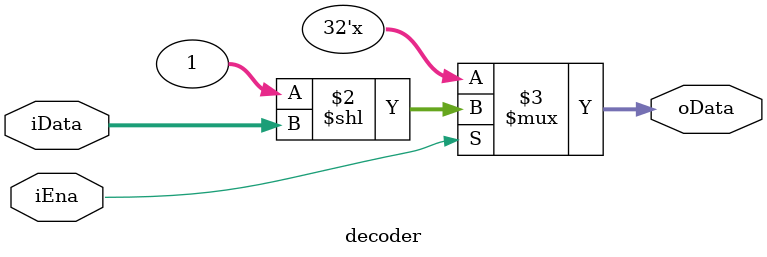
<source format=v>

`timescale 1ns / 1ps

module decoder(
    input [4:0] iData,      
    (* DONT_TOUCH = "1" *) input iEna,            
    output [31:0] oData      
    );        
    
    assign oData = (iEna == 1) ? (32'h00000001 << iData) : 32'bz;
    
endmodule

</source>
